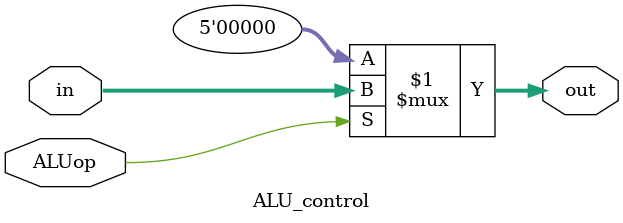
<source format=v>
module ALU_control(
input [4:0] in,input ALUop,
output [4:0]out
);
assign out=ALUop?in:5'b0;
endmodule

</source>
